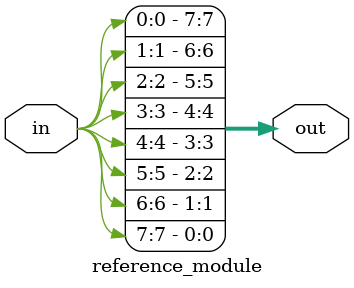
<source format=sv>
module reference_module (
	input [7:0] in,
	output [7:0] out
);
	
	assign {out[0],out[1],out[2],out[3],out[4],out[5],out[6],out[7]} = in;
	
endmodule

</source>
